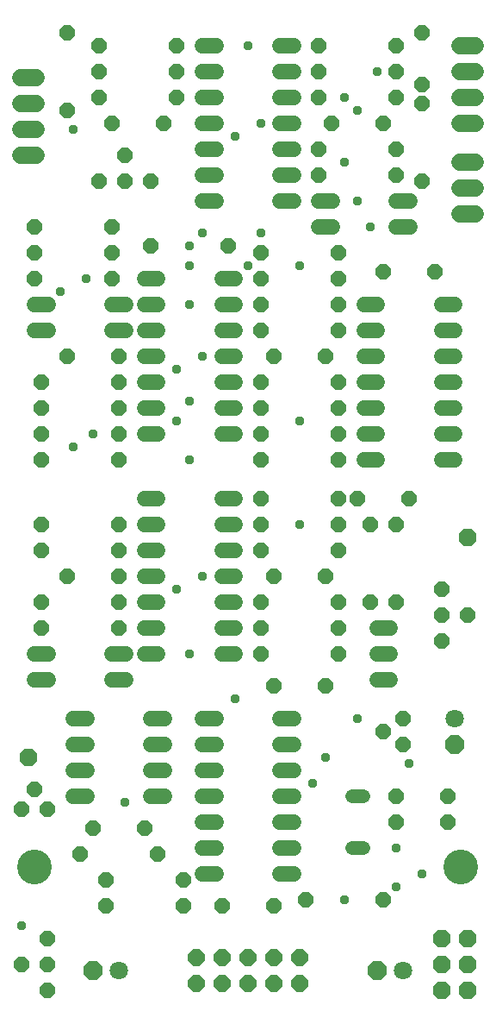
<source format=gbs>
G04 EAGLE Gerber RS-274X export*
G75*
%MOMM*%
%FSLAX34Y34*%
%LPD*%
%INSoldermask Bottom*%
%IPPOS*%
%AMOC8*
5,1,8,0,0,1.08239X$1,22.5*%
G01*
%ADD10C,3.403600*%
%ADD11P,1.649562X8X202.500000*%
%ADD12P,1.951982X8X292.500000*%
%ADD13C,1.803400*%
%ADD14P,1.649562X8X22.500000*%
%ADD15P,1.649562X8X112.500000*%
%ADD16C,1.524000*%
%ADD17P,1.869504X8X292.500000*%
%ADD18C,1.320800*%
%ADD19P,1.649562X8X292.500000*%
%ADD20P,1.869504X8X22.500000*%
%ADD21C,1.727200*%
%ADD22P,1.759533X8X202.500000*%
%ADD23P,1.951982X8X202.500000*%
%ADD24C,0.959600*%


D10*
X450850Y152400D03*
X31750Y152400D03*
D11*
X317500Y330200D03*
X266700Y330200D03*
X438150Y222250D03*
X387350Y222250D03*
D12*
X444500Y273050D03*
D13*
X444500Y298450D03*
D14*
X63500Y654050D03*
X114300Y654050D03*
D11*
X317500Y654050D03*
X266700Y654050D03*
D14*
X349250Y514350D03*
X400050Y514350D03*
X88900Y190500D03*
X139700Y190500D03*
X215900Y114300D03*
X266700Y114300D03*
D11*
X317500Y438150D03*
X266700Y438150D03*
D14*
X63500Y438150D03*
X114300Y438150D03*
D11*
X438150Y196850D03*
X387350Y196850D03*
D15*
X431800Y425450D03*
X431800Y374650D03*
X457200Y400050D03*
X431800Y400050D03*
D16*
X120904Y336550D02*
X107696Y336550D01*
X44704Y336550D02*
X31496Y336550D01*
X31496Y361950D02*
X44704Y361950D01*
X107696Y361950D02*
X120904Y361950D01*
X145796Y222250D02*
X159004Y222250D01*
X159004Y247650D02*
X145796Y247650D01*
X145796Y273050D02*
X159004Y273050D01*
X159004Y298450D02*
X145796Y298450D01*
X82804Y298450D02*
X69596Y298450D01*
X69596Y273050D02*
X82804Y273050D01*
X82804Y247650D02*
X69596Y247650D01*
X69596Y222250D02*
X82804Y222250D01*
X215646Y361950D02*
X228854Y361950D01*
X228854Y387350D02*
X215646Y387350D01*
X215646Y514350D02*
X228854Y514350D01*
X152654Y514350D02*
X139446Y514350D01*
X215646Y412750D02*
X228854Y412750D01*
X228854Y438150D02*
X215646Y438150D01*
X215646Y488950D02*
X228854Y488950D01*
X228854Y463550D02*
X215646Y463550D01*
X152654Y488950D02*
X139446Y488950D01*
X139446Y463550D02*
X152654Y463550D01*
X152654Y438150D02*
X139446Y438150D01*
X139446Y412750D02*
X152654Y412750D01*
X152654Y387350D02*
X139446Y387350D01*
X139446Y361950D02*
X152654Y361950D01*
D15*
X393700Y273050D03*
X374650Y285750D03*
X393700Y298450D03*
D16*
X286004Y146050D02*
X272796Y146050D01*
X272796Y171450D02*
X286004Y171450D01*
X286004Y298450D02*
X272796Y298450D01*
X209804Y298450D02*
X196596Y298450D01*
X272796Y196850D02*
X286004Y196850D01*
X286004Y222250D02*
X272796Y222250D01*
X272796Y273050D02*
X286004Y273050D01*
X286004Y247650D02*
X272796Y247650D01*
X209804Y273050D02*
X196596Y273050D01*
X196596Y247650D02*
X209804Y247650D01*
X209804Y222250D02*
X196596Y222250D01*
X196596Y196850D02*
X209804Y196850D01*
X209804Y171450D02*
X196596Y171450D01*
X196596Y146050D02*
X209804Y146050D01*
X215646Y577850D02*
X228854Y577850D01*
X228854Y603250D02*
X215646Y603250D01*
X215646Y730250D02*
X228854Y730250D01*
X152654Y730250D02*
X139446Y730250D01*
X215646Y628650D02*
X228854Y628650D01*
X228854Y654050D02*
X215646Y654050D01*
X215646Y704850D02*
X228854Y704850D01*
X228854Y679450D02*
X215646Y679450D01*
X152654Y704850D02*
X139446Y704850D01*
X139446Y679450D02*
X152654Y679450D01*
X152654Y654050D02*
X139446Y654050D01*
X139446Y628650D02*
X152654Y628650D01*
X152654Y603250D02*
X139446Y603250D01*
X139446Y577850D02*
X152654Y577850D01*
X355346Y704850D02*
X368554Y704850D01*
X368554Y679450D02*
X355346Y679450D01*
X355346Y552450D02*
X368554Y552450D01*
X431546Y552450D02*
X444754Y552450D01*
X368554Y654050D02*
X355346Y654050D01*
X355346Y628650D02*
X368554Y628650D01*
X368554Y577850D02*
X355346Y577850D01*
X355346Y603250D02*
X368554Y603250D01*
X431546Y577850D02*
X444754Y577850D01*
X444754Y603250D02*
X431546Y603250D01*
X431546Y628650D02*
X444754Y628650D01*
X444754Y654050D02*
X431546Y654050D01*
X431546Y679450D02*
X444754Y679450D01*
X444754Y704850D02*
X431546Y704850D01*
D17*
X431800Y82550D03*
X457200Y82550D03*
X431800Y57150D03*
X457200Y57150D03*
X431800Y31750D03*
X457200Y31750D03*
D18*
X354838Y171450D02*
X343662Y171450D01*
X343662Y222250D02*
X354838Y222250D01*
D11*
X330200Y387350D03*
X254000Y387350D03*
D14*
X101600Y139700D03*
X177800Y139700D03*
X254000Y603250D03*
X330200Y603250D03*
D11*
X330200Y628650D03*
X254000Y628650D03*
X330200Y412750D03*
X254000Y412750D03*
D14*
X254000Y463550D03*
X330200Y463550D03*
X38100Y463550D03*
X114300Y463550D03*
D11*
X114300Y488950D03*
X38100Y488950D03*
X114300Y412750D03*
X38100Y412750D03*
X114300Y387350D03*
X38100Y387350D03*
D14*
X254000Y577850D03*
X330200Y577850D03*
X254000Y361950D03*
X330200Y361950D03*
D11*
X114300Y603250D03*
X38100Y603250D03*
X387350Y857250D03*
X311150Y857250D03*
D14*
X254000Y552450D03*
X330200Y552450D03*
X254000Y730250D03*
X330200Y730250D03*
D11*
X330200Y704850D03*
X254000Y704850D03*
X330200Y679450D03*
X254000Y679450D03*
D14*
X254000Y755650D03*
X330200Y755650D03*
D11*
X114300Y577850D03*
X38100Y577850D03*
D14*
X38100Y552450D03*
X114300Y552450D03*
D11*
X114300Y628650D03*
X38100Y628650D03*
D15*
X387350Y412750D03*
X387350Y488950D03*
D19*
X361950Y488950D03*
X361950Y412750D03*
D14*
X254000Y514350D03*
X330200Y514350D03*
D11*
X330200Y488950D03*
X254000Y488950D03*
D14*
X298450Y120650D03*
X374650Y120650D03*
X101600Y114300D03*
X177800Y114300D03*
D11*
X152400Y165100D03*
X76200Y165100D03*
D16*
X368046Y387350D02*
X381254Y387350D01*
X381254Y336550D02*
X368046Y336550D01*
X368046Y361950D02*
X381254Y361950D01*
D20*
X457200Y476250D03*
X25400Y260350D03*
D14*
X19050Y209550D03*
X31750Y228600D03*
X44450Y209550D03*
D19*
X44450Y31750D03*
X44450Y82550D03*
X19050Y57150D03*
X44450Y57150D03*
D15*
X412750Y825500D03*
X412750Y901700D03*
D14*
X311150Y958850D03*
X387350Y958850D03*
X311150Y933450D03*
X387350Y933450D03*
X311150Y908050D03*
X387350Y908050D03*
D16*
X387096Y806450D02*
X400304Y806450D01*
X324104Y806450D02*
X310896Y806450D01*
X310896Y781050D02*
X324104Y781050D01*
X387096Y781050D02*
X400304Y781050D01*
D11*
X387350Y831850D03*
X311150Y831850D03*
D19*
X412750Y971550D03*
X412750Y920750D03*
D11*
X95250Y825500D03*
X146050Y825500D03*
X120650Y850900D03*
X120650Y825500D03*
D14*
X95250Y933450D03*
X171450Y933450D03*
X95250Y908050D03*
X171450Y908050D03*
D11*
X171450Y958850D03*
X95250Y958850D03*
D15*
X63500Y895350D03*
X63500Y971550D03*
D16*
X44704Y704850D02*
X31496Y704850D01*
X107696Y704850D02*
X120904Y704850D01*
X120904Y679450D02*
X107696Y679450D01*
X44704Y679450D02*
X31496Y679450D01*
D11*
X107950Y781050D03*
X31750Y781050D03*
X222250Y762000D03*
X146050Y762000D03*
D14*
X31750Y755650D03*
X107950Y755650D03*
X31750Y730250D03*
X107950Y730250D03*
D16*
X272796Y806450D02*
X286004Y806450D01*
X286004Y831850D02*
X272796Y831850D01*
X272796Y958850D02*
X286004Y958850D01*
X209804Y958850D02*
X196596Y958850D01*
X272796Y857250D02*
X286004Y857250D01*
X286004Y882650D02*
X272796Y882650D01*
X272796Y933450D02*
X286004Y933450D01*
X286004Y908050D02*
X272796Y908050D01*
X209804Y933450D02*
X196596Y933450D01*
X196596Y908050D02*
X209804Y908050D01*
X209804Y882650D02*
X196596Y882650D01*
X196596Y857250D02*
X209804Y857250D01*
X209804Y831850D02*
X196596Y831850D01*
X196596Y806450D02*
X209804Y806450D01*
D14*
X107950Y882650D03*
X158750Y882650D03*
D11*
X374650Y882650D03*
X323850Y882650D03*
D21*
X449580Y793750D02*
X464820Y793750D01*
X464820Y819150D02*
X449580Y819150D01*
X449580Y844550D02*
X464820Y844550D01*
X464820Y882650D02*
X449580Y882650D01*
X449580Y908050D02*
X464820Y908050D01*
X464820Y933450D02*
X449580Y933450D01*
X449580Y958850D02*
X464820Y958850D01*
X33020Y927100D02*
X17780Y927100D01*
X17780Y901700D02*
X33020Y901700D01*
X33020Y876300D02*
X17780Y876300D01*
X17780Y850900D02*
X33020Y850900D01*
D14*
X374650Y736600D03*
X425450Y736600D03*
D22*
X292100Y63500D03*
X292100Y38100D03*
X266700Y63500D03*
X266700Y38100D03*
X241300Y63500D03*
X241300Y38100D03*
X215900Y63500D03*
X215900Y38100D03*
X190500Y63500D03*
X190500Y38100D03*
D23*
X368300Y50800D03*
D13*
X393700Y50800D03*
D23*
X88900Y50800D03*
D13*
X114300Y50800D03*
D24*
X184150Y609600D03*
X88900Y577850D03*
X241300Y958850D03*
X368300Y933450D03*
X19050Y95250D03*
X120650Y215900D03*
X387350Y171450D03*
X196850Y774700D03*
X254000Y774700D03*
X196850Y654050D03*
X254000Y882650D03*
X196850Y438150D03*
X228600Y317500D03*
X171450Y641350D03*
X171450Y590550D03*
X228600Y869950D03*
X171450Y425450D03*
X184150Y361950D03*
X184150Y552450D03*
X349250Y298450D03*
X387350Y133350D03*
X304800Y234950D03*
X292100Y488950D03*
X412750Y146050D03*
X317500Y260350D03*
X400050Y254000D03*
X336550Y120650D03*
X69850Y876300D03*
X69850Y565150D03*
X57150Y717550D03*
X292100Y590550D03*
X292100Y742950D03*
X241300Y742950D03*
X349250Y806450D03*
X361950Y781050D03*
X82550Y730250D03*
X349250Y895350D03*
X184150Y742950D03*
X184150Y762000D03*
X184150Y704850D03*
X336550Y844550D03*
X336550Y908050D03*
M02*

</source>
